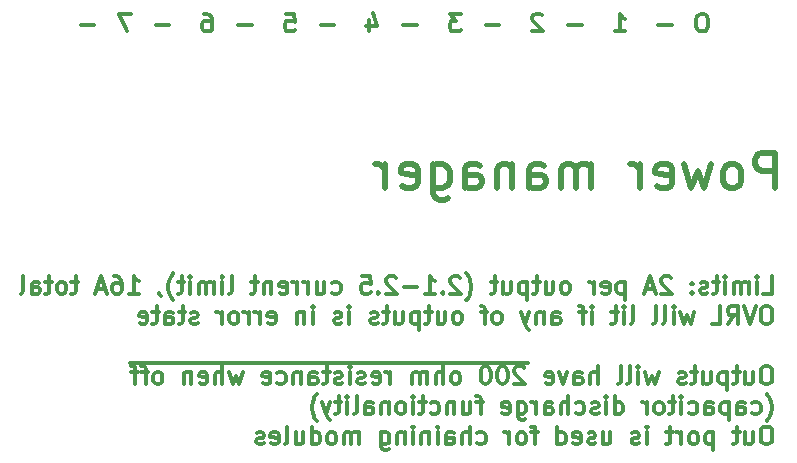
<source format=gbr>
G04 #@! TF.FileFunction,Legend,Bot*
%FSLAX46Y46*%
G04 Gerber Fmt 4.6, Leading zero omitted, Abs format (unit mm)*
G04 Created by KiCad (PCBNEW 4.0.5+dfsg1-4) date Fri May  5 03:22:00 2017*
%MOMM*%
%LPD*%
G01*
G04 APERTURE LIST*
%ADD10C,0.100000*%
%ADD11C,0.300000*%
%ADD12C,0.500000*%
G04 APERTURE END LIST*
D10*
D11*
X31432428Y-17633143D02*
X30289571Y-17633143D01*
X37782428Y-17633143D02*
X36639571Y-17633143D01*
X44767428Y-17633143D02*
X43624571Y-17633143D01*
X51752428Y-17633143D02*
X50609571Y-17633143D01*
X58737428Y-17633143D02*
X57594571Y-17633143D01*
X65722428Y-17633143D02*
X64579571Y-17633143D01*
X72707428Y-17633143D02*
X71564571Y-17633143D01*
X80327428Y-17633143D02*
X79184571Y-17633143D01*
X83073857Y-16704571D02*
X82788143Y-16704571D01*
X82645285Y-16776000D01*
X82502428Y-16918857D01*
X82431000Y-17204571D01*
X82431000Y-17704571D01*
X82502428Y-17990286D01*
X82645285Y-18133143D01*
X82788143Y-18204571D01*
X83073857Y-18204571D01*
X83216714Y-18133143D01*
X83359571Y-17990286D01*
X83431000Y-17704571D01*
X83431000Y-17204571D01*
X83359571Y-16918857D01*
X83216714Y-16776000D01*
X83073857Y-16704571D01*
X75517428Y-18204571D02*
X76374571Y-18204571D01*
X75945999Y-18204571D02*
X75945999Y-16704571D01*
X76088856Y-16918857D01*
X76231714Y-17061714D01*
X76374571Y-17133143D01*
X69389571Y-16847429D02*
X69318142Y-16776000D01*
X69175285Y-16704571D01*
X68818142Y-16704571D01*
X68675285Y-16776000D01*
X68603856Y-16847429D01*
X68532428Y-16990286D01*
X68532428Y-17133143D01*
X68603856Y-17347429D01*
X69460999Y-18204571D01*
X68532428Y-18204571D01*
X62475999Y-16704571D02*
X61547428Y-16704571D01*
X62047428Y-17276000D01*
X61833142Y-17276000D01*
X61690285Y-17347429D01*
X61618856Y-17418857D01*
X61547428Y-17561714D01*
X61547428Y-17918857D01*
X61618856Y-18061714D01*
X61690285Y-18133143D01*
X61833142Y-18204571D01*
X62261714Y-18204571D01*
X62404571Y-18133143D01*
X62475999Y-18061714D01*
X54705285Y-17204571D02*
X54705285Y-18204571D01*
X55062428Y-16633143D02*
X55419571Y-17704571D01*
X54490999Y-17704571D01*
X47648856Y-16704571D02*
X48363142Y-16704571D01*
X48434571Y-17418857D01*
X48363142Y-17347429D01*
X48220285Y-17276000D01*
X47863142Y-17276000D01*
X47720285Y-17347429D01*
X47648856Y-17418857D01*
X47577428Y-17561714D01*
X47577428Y-17918857D01*
X47648856Y-18061714D01*
X47720285Y-18133143D01*
X47863142Y-18204571D01*
X48220285Y-18204571D01*
X48363142Y-18133143D01*
X48434571Y-18061714D01*
X40735285Y-16704571D02*
X41020999Y-16704571D01*
X41163856Y-16776000D01*
X41235285Y-16847429D01*
X41378142Y-17061714D01*
X41449571Y-17347429D01*
X41449571Y-17918857D01*
X41378142Y-18061714D01*
X41306714Y-18133143D01*
X41163856Y-18204571D01*
X40878142Y-18204571D01*
X40735285Y-18133143D01*
X40663856Y-18061714D01*
X40592428Y-17918857D01*
X40592428Y-17561714D01*
X40663856Y-17418857D01*
X40735285Y-17347429D01*
X40878142Y-17276000D01*
X41163856Y-17276000D01*
X41306714Y-17347429D01*
X41378142Y-17418857D01*
X41449571Y-17561714D01*
X34535999Y-16704571D02*
X33535999Y-16704571D01*
X34178856Y-18204571D01*
D12*
X89104286Y-31456143D02*
X89104286Y-28456143D01*
X87961429Y-28456143D01*
X87675715Y-28599000D01*
X87532858Y-28741857D01*
X87390001Y-29027571D01*
X87390001Y-29456143D01*
X87532858Y-29741857D01*
X87675715Y-29884714D01*
X87961429Y-30027571D01*
X89104286Y-30027571D01*
X85675715Y-31456143D02*
X85961429Y-31313286D01*
X86104286Y-31170429D01*
X86247143Y-30884714D01*
X86247143Y-30027571D01*
X86104286Y-29741857D01*
X85961429Y-29599000D01*
X85675715Y-29456143D01*
X85247143Y-29456143D01*
X84961429Y-29599000D01*
X84818572Y-29741857D01*
X84675715Y-30027571D01*
X84675715Y-30884714D01*
X84818572Y-31170429D01*
X84961429Y-31313286D01*
X85247143Y-31456143D01*
X85675715Y-31456143D01*
X83675715Y-29456143D02*
X83104286Y-31456143D01*
X82532857Y-30027571D01*
X81961429Y-31456143D01*
X81390000Y-29456143D01*
X79104286Y-31313286D02*
X79390000Y-31456143D01*
X79961429Y-31456143D01*
X80247143Y-31313286D01*
X80390000Y-31027571D01*
X80390000Y-29884714D01*
X80247143Y-29599000D01*
X79961429Y-29456143D01*
X79390000Y-29456143D01*
X79104286Y-29599000D01*
X78961429Y-29884714D01*
X78961429Y-30170429D01*
X80390000Y-30456143D01*
X77675714Y-31456143D02*
X77675714Y-29456143D01*
X77675714Y-30027571D02*
X77532857Y-29741857D01*
X77390000Y-29599000D01*
X77104286Y-29456143D01*
X76818571Y-29456143D01*
X73532857Y-31456143D02*
X73532857Y-29456143D01*
X73532857Y-29741857D02*
X73390000Y-29599000D01*
X73104286Y-29456143D01*
X72675714Y-29456143D01*
X72390000Y-29599000D01*
X72247143Y-29884714D01*
X72247143Y-31456143D01*
X72247143Y-29884714D02*
X72104286Y-29599000D01*
X71818572Y-29456143D01*
X71390000Y-29456143D01*
X71104286Y-29599000D01*
X70961429Y-29884714D01*
X70961429Y-31456143D01*
X68247143Y-31456143D02*
X68247143Y-29884714D01*
X68390000Y-29599000D01*
X68675714Y-29456143D01*
X69247143Y-29456143D01*
X69532857Y-29599000D01*
X68247143Y-31313286D02*
X68532857Y-31456143D01*
X69247143Y-31456143D01*
X69532857Y-31313286D01*
X69675714Y-31027571D01*
X69675714Y-30741857D01*
X69532857Y-30456143D01*
X69247143Y-30313286D01*
X68532857Y-30313286D01*
X68247143Y-30170429D01*
X66818571Y-29456143D02*
X66818571Y-31456143D01*
X66818571Y-29741857D02*
X66675714Y-29599000D01*
X66390000Y-29456143D01*
X65961428Y-29456143D01*
X65675714Y-29599000D01*
X65532857Y-29884714D01*
X65532857Y-31456143D01*
X62818571Y-31456143D02*
X62818571Y-29884714D01*
X62961428Y-29599000D01*
X63247142Y-29456143D01*
X63818571Y-29456143D01*
X64104285Y-29599000D01*
X62818571Y-31313286D02*
X63104285Y-31456143D01*
X63818571Y-31456143D01*
X64104285Y-31313286D01*
X64247142Y-31027571D01*
X64247142Y-30741857D01*
X64104285Y-30456143D01*
X63818571Y-30313286D01*
X63104285Y-30313286D01*
X62818571Y-30170429D01*
X60104285Y-29456143D02*
X60104285Y-31884714D01*
X60247142Y-32170429D01*
X60389999Y-32313286D01*
X60675714Y-32456143D01*
X61104285Y-32456143D01*
X61389999Y-32313286D01*
X60104285Y-31313286D02*
X60389999Y-31456143D01*
X60961428Y-31456143D01*
X61247142Y-31313286D01*
X61389999Y-31170429D01*
X61532856Y-30884714D01*
X61532856Y-30027571D01*
X61389999Y-29741857D01*
X61247142Y-29599000D01*
X60961428Y-29456143D01*
X60389999Y-29456143D01*
X60104285Y-29599000D01*
X57532856Y-31313286D02*
X57818570Y-31456143D01*
X58389999Y-31456143D01*
X58675713Y-31313286D01*
X58818570Y-31027571D01*
X58818570Y-29884714D01*
X58675713Y-29599000D01*
X58389999Y-29456143D01*
X57818570Y-29456143D01*
X57532856Y-29599000D01*
X57389999Y-29884714D01*
X57389999Y-30170429D01*
X58818570Y-30456143D01*
X56104284Y-31456143D02*
X56104284Y-29456143D01*
X56104284Y-30027571D02*
X55961427Y-29741857D01*
X55818570Y-29599000D01*
X55532856Y-29456143D01*
X55247141Y-29456143D01*
D11*
X88082571Y-40404571D02*
X88796857Y-40404571D01*
X88796857Y-38904571D01*
X87582571Y-40404571D02*
X87582571Y-39404571D01*
X87582571Y-38904571D02*
X87654000Y-38976000D01*
X87582571Y-39047429D01*
X87511143Y-38976000D01*
X87582571Y-38904571D01*
X87582571Y-39047429D01*
X86868285Y-40404571D02*
X86868285Y-39404571D01*
X86868285Y-39547429D02*
X86796857Y-39476000D01*
X86653999Y-39404571D01*
X86439714Y-39404571D01*
X86296857Y-39476000D01*
X86225428Y-39618857D01*
X86225428Y-40404571D01*
X86225428Y-39618857D02*
X86153999Y-39476000D01*
X86011142Y-39404571D01*
X85796857Y-39404571D01*
X85653999Y-39476000D01*
X85582571Y-39618857D01*
X85582571Y-40404571D01*
X84868285Y-40404571D02*
X84868285Y-39404571D01*
X84868285Y-38904571D02*
X84939714Y-38976000D01*
X84868285Y-39047429D01*
X84796857Y-38976000D01*
X84868285Y-38904571D01*
X84868285Y-39047429D01*
X84368285Y-39404571D02*
X83796856Y-39404571D01*
X84153999Y-38904571D02*
X84153999Y-40190286D01*
X84082571Y-40333143D01*
X83939713Y-40404571D01*
X83796856Y-40404571D01*
X83368285Y-40333143D02*
X83225428Y-40404571D01*
X82939713Y-40404571D01*
X82796856Y-40333143D01*
X82725428Y-40190286D01*
X82725428Y-40118857D01*
X82796856Y-39976000D01*
X82939713Y-39904571D01*
X83153999Y-39904571D01*
X83296856Y-39833143D01*
X83368285Y-39690286D01*
X83368285Y-39618857D01*
X83296856Y-39476000D01*
X83153999Y-39404571D01*
X82939713Y-39404571D01*
X82796856Y-39476000D01*
X82082570Y-40261714D02*
X82011142Y-40333143D01*
X82082570Y-40404571D01*
X82153999Y-40333143D01*
X82082570Y-40261714D01*
X82082570Y-40404571D01*
X82082570Y-39476000D02*
X82011142Y-39547429D01*
X82082570Y-39618857D01*
X82153999Y-39547429D01*
X82082570Y-39476000D01*
X82082570Y-39618857D01*
X80296856Y-39047429D02*
X80225427Y-38976000D01*
X80082570Y-38904571D01*
X79725427Y-38904571D01*
X79582570Y-38976000D01*
X79511141Y-39047429D01*
X79439713Y-39190286D01*
X79439713Y-39333143D01*
X79511141Y-39547429D01*
X80368284Y-40404571D01*
X79439713Y-40404571D01*
X78868285Y-39976000D02*
X78153999Y-39976000D01*
X79011142Y-40404571D02*
X78511142Y-38904571D01*
X78011142Y-40404571D01*
X76368285Y-39404571D02*
X76368285Y-40904571D01*
X76368285Y-39476000D02*
X76225428Y-39404571D01*
X75939714Y-39404571D01*
X75796857Y-39476000D01*
X75725428Y-39547429D01*
X75653999Y-39690286D01*
X75653999Y-40118857D01*
X75725428Y-40261714D01*
X75796857Y-40333143D01*
X75939714Y-40404571D01*
X76225428Y-40404571D01*
X76368285Y-40333143D01*
X74439714Y-40333143D02*
X74582571Y-40404571D01*
X74868285Y-40404571D01*
X75011142Y-40333143D01*
X75082571Y-40190286D01*
X75082571Y-39618857D01*
X75011142Y-39476000D01*
X74868285Y-39404571D01*
X74582571Y-39404571D01*
X74439714Y-39476000D01*
X74368285Y-39618857D01*
X74368285Y-39761714D01*
X75082571Y-39904571D01*
X73725428Y-40404571D02*
X73725428Y-39404571D01*
X73725428Y-39690286D02*
X73654000Y-39547429D01*
X73582571Y-39476000D01*
X73439714Y-39404571D01*
X73296857Y-39404571D01*
X71439714Y-40404571D02*
X71582572Y-40333143D01*
X71654000Y-40261714D01*
X71725429Y-40118857D01*
X71725429Y-39690286D01*
X71654000Y-39547429D01*
X71582572Y-39476000D01*
X71439714Y-39404571D01*
X71225429Y-39404571D01*
X71082572Y-39476000D01*
X71011143Y-39547429D01*
X70939714Y-39690286D01*
X70939714Y-40118857D01*
X71011143Y-40261714D01*
X71082572Y-40333143D01*
X71225429Y-40404571D01*
X71439714Y-40404571D01*
X69654000Y-39404571D02*
X69654000Y-40404571D01*
X70296857Y-39404571D02*
X70296857Y-40190286D01*
X70225429Y-40333143D01*
X70082571Y-40404571D01*
X69868286Y-40404571D01*
X69725429Y-40333143D01*
X69654000Y-40261714D01*
X69154000Y-39404571D02*
X68582571Y-39404571D01*
X68939714Y-38904571D02*
X68939714Y-40190286D01*
X68868286Y-40333143D01*
X68725428Y-40404571D01*
X68582571Y-40404571D01*
X68082571Y-39404571D02*
X68082571Y-40904571D01*
X68082571Y-39476000D02*
X67939714Y-39404571D01*
X67654000Y-39404571D01*
X67511143Y-39476000D01*
X67439714Y-39547429D01*
X67368285Y-39690286D01*
X67368285Y-40118857D01*
X67439714Y-40261714D01*
X67511143Y-40333143D01*
X67654000Y-40404571D01*
X67939714Y-40404571D01*
X68082571Y-40333143D01*
X66082571Y-39404571D02*
X66082571Y-40404571D01*
X66725428Y-39404571D02*
X66725428Y-40190286D01*
X66654000Y-40333143D01*
X66511142Y-40404571D01*
X66296857Y-40404571D01*
X66154000Y-40333143D01*
X66082571Y-40261714D01*
X65582571Y-39404571D02*
X65011142Y-39404571D01*
X65368285Y-38904571D02*
X65368285Y-40190286D01*
X65296857Y-40333143D01*
X65153999Y-40404571D01*
X65011142Y-40404571D01*
X62939714Y-40976000D02*
X63011142Y-40904571D01*
X63153999Y-40690286D01*
X63225428Y-40547429D01*
X63296857Y-40333143D01*
X63368285Y-39976000D01*
X63368285Y-39690286D01*
X63296857Y-39333143D01*
X63225428Y-39118857D01*
X63153999Y-38976000D01*
X63011142Y-38761714D01*
X62939714Y-38690286D01*
X62439714Y-39047429D02*
X62368285Y-38976000D01*
X62225428Y-38904571D01*
X61868285Y-38904571D01*
X61725428Y-38976000D01*
X61653999Y-39047429D01*
X61582571Y-39190286D01*
X61582571Y-39333143D01*
X61653999Y-39547429D01*
X62511142Y-40404571D01*
X61582571Y-40404571D01*
X60939714Y-40261714D02*
X60868286Y-40333143D01*
X60939714Y-40404571D01*
X61011143Y-40333143D01*
X60939714Y-40261714D01*
X60939714Y-40404571D01*
X59439714Y-40404571D02*
X60296857Y-40404571D01*
X59868285Y-40404571D02*
X59868285Y-38904571D01*
X60011142Y-39118857D01*
X60154000Y-39261714D01*
X60296857Y-39333143D01*
X58796857Y-39833143D02*
X57654000Y-39833143D01*
X57011143Y-39047429D02*
X56939714Y-38976000D01*
X56796857Y-38904571D01*
X56439714Y-38904571D01*
X56296857Y-38976000D01*
X56225428Y-39047429D01*
X56154000Y-39190286D01*
X56154000Y-39333143D01*
X56225428Y-39547429D01*
X57082571Y-40404571D01*
X56154000Y-40404571D01*
X55511143Y-40261714D02*
X55439715Y-40333143D01*
X55511143Y-40404571D01*
X55582572Y-40333143D01*
X55511143Y-40261714D01*
X55511143Y-40404571D01*
X54082571Y-38904571D02*
X54796857Y-38904571D01*
X54868286Y-39618857D01*
X54796857Y-39547429D01*
X54654000Y-39476000D01*
X54296857Y-39476000D01*
X54154000Y-39547429D01*
X54082571Y-39618857D01*
X54011143Y-39761714D01*
X54011143Y-40118857D01*
X54082571Y-40261714D01*
X54154000Y-40333143D01*
X54296857Y-40404571D01*
X54654000Y-40404571D01*
X54796857Y-40333143D01*
X54868286Y-40261714D01*
X51582572Y-40333143D02*
X51725429Y-40404571D01*
X52011143Y-40404571D01*
X52154001Y-40333143D01*
X52225429Y-40261714D01*
X52296858Y-40118857D01*
X52296858Y-39690286D01*
X52225429Y-39547429D01*
X52154001Y-39476000D01*
X52011143Y-39404571D01*
X51725429Y-39404571D01*
X51582572Y-39476000D01*
X50296858Y-39404571D02*
X50296858Y-40404571D01*
X50939715Y-39404571D02*
X50939715Y-40190286D01*
X50868287Y-40333143D01*
X50725429Y-40404571D01*
X50511144Y-40404571D01*
X50368287Y-40333143D01*
X50296858Y-40261714D01*
X49582572Y-40404571D02*
X49582572Y-39404571D01*
X49582572Y-39690286D02*
X49511144Y-39547429D01*
X49439715Y-39476000D01*
X49296858Y-39404571D01*
X49154001Y-39404571D01*
X48654001Y-40404571D02*
X48654001Y-39404571D01*
X48654001Y-39690286D02*
X48582573Y-39547429D01*
X48511144Y-39476000D01*
X48368287Y-39404571D01*
X48225430Y-39404571D01*
X47154002Y-40333143D02*
X47296859Y-40404571D01*
X47582573Y-40404571D01*
X47725430Y-40333143D01*
X47796859Y-40190286D01*
X47796859Y-39618857D01*
X47725430Y-39476000D01*
X47582573Y-39404571D01*
X47296859Y-39404571D01*
X47154002Y-39476000D01*
X47082573Y-39618857D01*
X47082573Y-39761714D01*
X47796859Y-39904571D01*
X46439716Y-39404571D02*
X46439716Y-40404571D01*
X46439716Y-39547429D02*
X46368288Y-39476000D01*
X46225430Y-39404571D01*
X46011145Y-39404571D01*
X45868288Y-39476000D01*
X45796859Y-39618857D01*
X45796859Y-40404571D01*
X45296859Y-39404571D02*
X44725430Y-39404571D01*
X45082573Y-38904571D02*
X45082573Y-40190286D01*
X45011145Y-40333143D01*
X44868287Y-40404571D01*
X44725430Y-40404571D01*
X42868287Y-40404571D02*
X43011145Y-40333143D01*
X43082573Y-40190286D01*
X43082573Y-38904571D01*
X42296859Y-40404571D02*
X42296859Y-39404571D01*
X42296859Y-38904571D02*
X42368288Y-38976000D01*
X42296859Y-39047429D01*
X42225431Y-38976000D01*
X42296859Y-38904571D01*
X42296859Y-39047429D01*
X41582573Y-40404571D02*
X41582573Y-39404571D01*
X41582573Y-39547429D02*
X41511145Y-39476000D01*
X41368287Y-39404571D01*
X41154002Y-39404571D01*
X41011145Y-39476000D01*
X40939716Y-39618857D01*
X40939716Y-40404571D01*
X40939716Y-39618857D02*
X40868287Y-39476000D01*
X40725430Y-39404571D01*
X40511145Y-39404571D01*
X40368287Y-39476000D01*
X40296859Y-39618857D01*
X40296859Y-40404571D01*
X39582573Y-40404571D02*
X39582573Y-39404571D01*
X39582573Y-38904571D02*
X39654002Y-38976000D01*
X39582573Y-39047429D01*
X39511145Y-38976000D01*
X39582573Y-38904571D01*
X39582573Y-39047429D01*
X39082573Y-39404571D02*
X38511144Y-39404571D01*
X38868287Y-38904571D02*
X38868287Y-40190286D01*
X38796859Y-40333143D01*
X38654001Y-40404571D01*
X38511144Y-40404571D01*
X38154001Y-40976000D02*
X38082573Y-40904571D01*
X37939716Y-40690286D01*
X37868287Y-40547429D01*
X37796858Y-40333143D01*
X37725430Y-39976000D01*
X37725430Y-39690286D01*
X37796858Y-39333143D01*
X37868287Y-39118857D01*
X37939716Y-38976000D01*
X38082573Y-38761714D01*
X38154001Y-38690286D01*
X36939716Y-40333143D02*
X36939716Y-40404571D01*
X37011144Y-40547429D01*
X37082573Y-40618857D01*
X34368287Y-40404571D02*
X35225430Y-40404571D01*
X34796858Y-40404571D02*
X34796858Y-38904571D01*
X34939715Y-39118857D01*
X35082573Y-39261714D01*
X35225430Y-39333143D01*
X33082573Y-38904571D02*
X33368287Y-38904571D01*
X33511144Y-38976000D01*
X33582573Y-39047429D01*
X33725430Y-39261714D01*
X33796859Y-39547429D01*
X33796859Y-40118857D01*
X33725430Y-40261714D01*
X33654002Y-40333143D01*
X33511144Y-40404571D01*
X33225430Y-40404571D01*
X33082573Y-40333143D01*
X33011144Y-40261714D01*
X32939716Y-40118857D01*
X32939716Y-39761714D01*
X33011144Y-39618857D01*
X33082573Y-39547429D01*
X33225430Y-39476000D01*
X33511144Y-39476000D01*
X33654002Y-39547429D01*
X33725430Y-39618857D01*
X33796859Y-39761714D01*
X32368288Y-39976000D02*
X31654002Y-39976000D01*
X32511145Y-40404571D02*
X32011145Y-38904571D01*
X31511145Y-40404571D01*
X30082574Y-39404571D02*
X29511145Y-39404571D01*
X29868288Y-38904571D02*
X29868288Y-40190286D01*
X29796860Y-40333143D01*
X29654002Y-40404571D01*
X29511145Y-40404571D01*
X28796859Y-40404571D02*
X28939717Y-40333143D01*
X29011145Y-40261714D01*
X29082574Y-40118857D01*
X29082574Y-39690286D01*
X29011145Y-39547429D01*
X28939717Y-39476000D01*
X28796859Y-39404571D01*
X28582574Y-39404571D01*
X28439717Y-39476000D01*
X28368288Y-39547429D01*
X28296859Y-39690286D01*
X28296859Y-40118857D01*
X28368288Y-40261714D01*
X28439717Y-40333143D01*
X28582574Y-40404571D01*
X28796859Y-40404571D01*
X27868288Y-39404571D02*
X27296859Y-39404571D01*
X27654002Y-38904571D02*
X27654002Y-40190286D01*
X27582574Y-40333143D01*
X27439716Y-40404571D01*
X27296859Y-40404571D01*
X26154002Y-40404571D02*
X26154002Y-39618857D01*
X26225431Y-39476000D01*
X26368288Y-39404571D01*
X26654002Y-39404571D01*
X26796859Y-39476000D01*
X26154002Y-40333143D02*
X26296859Y-40404571D01*
X26654002Y-40404571D01*
X26796859Y-40333143D01*
X26868288Y-40190286D01*
X26868288Y-40047429D01*
X26796859Y-39904571D01*
X26654002Y-39833143D01*
X26296859Y-39833143D01*
X26154002Y-39761714D01*
X25225430Y-40404571D02*
X25368288Y-40333143D01*
X25439716Y-40190286D01*
X25439716Y-38904571D01*
X88511143Y-41454571D02*
X88225429Y-41454571D01*
X88082571Y-41526000D01*
X87939714Y-41668857D01*
X87868286Y-41954571D01*
X87868286Y-42454571D01*
X87939714Y-42740286D01*
X88082571Y-42883143D01*
X88225429Y-42954571D01*
X88511143Y-42954571D01*
X88654000Y-42883143D01*
X88796857Y-42740286D01*
X88868286Y-42454571D01*
X88868286Y-41954571D01*
X88796857Y-41668857D01*
X88654000Y-41526000D01*
X88511143Y-41454571D01*
X87439714Y-41454571D02*
X86939714Y-42954571D01*
X86439714Y-41454571D01*
X85082571Y-42954571D02*
X85582571Y-42240286D01*
X85939714Y-42954571D02*
X85939714Y-41454571D01*
X85368286Y-41454571D01*
X85225428Y-41526000D01*
X85154000Y-41597429D01*
X85082571Y-41740286D01*
X85082571Y-41954571D01*
X85154000Y-42097429D01*
X85225428Y-42168857D01*
X85368286Y-42240286D01*
X85939714Y-42240286D01*
X83725428Y-42954571D02*
X84439714Y-42954571D01*
X84439714Y-41454571D01*
X82225428Y-41954571D02*
X81939714Y-42954571D01*
X81654000Y-42240286D01*
X81368285Y-42954571D01*
X81082571Y-41954571D01*
X80511142Y-42954571D02*
X80511142Y-41954571D01*
X80511142Y-41454571D02*
X80582571Y-41526000D01*
X80511142Y-41597429D01*
X80439714Y-41526000D01*
X80511142Y-41454571D01*
X80511142Y-41597429D01*
X79582570Y-42954571D02*
X79725428Y-42883143D01*
X79796856Y-42740286D01*
X79796856Y-41454571D01*
X78796856Y-42954571D02*
X78939714Y-42883143D01*
X79011142Y-42740286D01*
X79011142Y-41454571D01*
X76868285Y-42954571D02*
X77011143Y-42883143D01*
X77082571Y-42740286D01*
X77082571Y-41454571D01*
X76296857Y-42954571D02*
X76296857Y-41954571D01*
X76296857Y-41454571D02*
X76368286Y-41526000D01*
X76296857Y-41597429D01*
X76225429Y-41526000D01*
X76296857Y-41454571D01*
X76296857Y-41597429D01*
X75796857Y-41954571D02*
X75225428Y-41954571D01*
X75582571Y-41454571D02*
X75582571Y-42740286D01*
X75511143Y-42883143D01*
X75368285Y-42954571D01*
X75225428Y-42954571D01*
X73582571Y-42954571D02*
X73582571Y-41954571D01*
X73582571Y-41454571D02*
X73654000Y-41526000D01*
X73582571Y-41597429D01*
X73511143Y-41526000D01*
X73582571Y-41454571D01*
X73582571Y-41597429D01*
X73082571Y-41954571D02*
X72511142Y-41954571D01*
X72868285Y-42954571D02*
X72868285Y-41668857D01*
X72796857Y-41526000D01*
X72653999Y-41454571D01*
X72511142Y-41454571D01*
X70225428Y-42954571D02*
X70225428Y-42168857D01*
X70296857Y-42026000D01*
X70439714Y-41954571D01*
X70725428Y-41954571D01*
X70868285Y-42026000D01*
X70225428Y-42883143D02*
X70368285Y-42954571D01*
X70725428Y-42954571D01*
X70868285Y-42883143D01*
X70939714Y-42740286D01*
X70939714Y-42597429D01*
X70868285Y-42454571D01*
X70725428Y-42383143D01*
X70368285Y-42383143D01*
X70225428Y-42311714D01*
X69511142Y-41954571D02*
X69511142Y-42954571D01*
X69511142Y-42097429D02*
X69439714Y-42026000D01*
X69296856Y-41954571D01*
X69082571Y-41954571D01*
X68939714Y-42026000D01*
X68868285Y-42168857D01*
X68868285Y-42954571D01*
X68296856Y-41954571D02*
X67939713Y-42954571D01*
X67582571Y-41954571D02*
X67939713Y-42954571D01*
X68082571Y-43311714D01*
X68153999Y-43383143D01*
X68296856Y-43454571D01*
X65653999Y-42954571D02*
X65796857Y-42883143D01*
X65868285Y-42811714D01*
X65939714Y-42668857D01*
X65939714Y-42240286D01*
X65868285Y-42097429D01*
X65796857Y-42026000D01*
X65653999Y-41954571D01*
X65439714Y-41954571D01*
X65296857Y-42026000D01*
X65225428Y-42097429D01*
X65153999Y-42240286D01*
X65153999Y-42668857D01*
X65225428Y-42811714D01*
X65296857Y-42883143D01*
X65439714Y-42954571D01*
X65653999Y-42954571D01*
X64725428Y-41954571D02*
X64153999Y-41954571D01*
X64511142Y-42954571D02*
X64511142Y-41668857D01*
X64439714Y-41526000D01*
X64296856Y-41454571D01*
X64153999Y-41454571D01*
X62296856Y-42954571D02*
X62439714Y-42883143D01*
X62511142Y-42811714D01*
X62582571Y-42668857D01*
X62582571Y-42240286D01*
X62511142Y-42097429D01*
X62439714Y-42026000D01*
X62296856Y-41954571D01*
X62082571Y-41954571D01*
X61939714Y-42026000D01*
X61868285Y-42097429D01*
X61796856Y-42240286D01*
X61796856Y-42668857D01*
X61868285Y-42811714D01*
X61939714Y-42883143D01*
X62082571Y-42954571D01*
X62296856Y-42954571D01*
X60511142Y-41954571D02*
X60511142Y-42954571D01*
X61153999Y-41954571D02*
X61153999Y-42740286D01*
X61082571Y-42883143D01*
X60939713Y-42954571D01*
X60725428Y-42954571D01*
X60582571Y-42883143D01*
X60511142Y-42811714D01*
X60011142Y-41954571D02*
X59439713Y-41954571D01*
X59796856Y-41454571D02*
X59796856Y-42740286D01*
X59725428Y-42883143D01*
X59582570Y-42954571D01*
X59439713Y-42954571D01*
X58939713Y-41954571D02*
X58939713Y-43454571D01*
X58939713Y-42026000D02*
X58796856Y-41954571D01*
X58511142Y-41954571D01*
X58368285Y-42026000D01*
X58296856Y-42097429D01*
X58225427Y-42240286D01*
X58225427Y-42668857D01*
X58296856Y-42811714D01*
X58368285Y-42883143D01*
X58511142Y-42954571D01*
X58796856Y-42954571D01*
X58939713Y-42883143D01*
X56939713Y-41954571D02*
X56939713Y-42954571D01*
X57582570Y-41954571D02*
X57582570Y-42740286D01*
X57511142Y-42883143D01*
X57368284Y-42954571D01*
X57153999Y-42954571D01*
X57011142Y-42883143D01*
X56939713Y-42811714D01*
X56439713Y-41954571D02*
X55868284Y-41954571D01*
X56225427Y-41454571D02*
X56225427Y-42740286D01*
X56153999Y-42883143D01*
X56011141Y-42954571D01*
X55868284Y-42954571D01*
X55439713Y-42883143D02*
X55296856Y-42954571D01*
X55011141Y-42954571D01*
X54868284Y-42883143D01*
X54796856Y-42740286D01*
X54796856Y-42668857D01*
X54868284Y-42526000D01*
X55011141Y-42454571D01*
X55225427Y-42454571D01*
X55368284Y-42383143D01*
X55439713Y-42240286D01*
X55439713Y-42168857D01*
X55368284Y-42026000D01*
X55225427Y-41954571D01*
X55011141Y-41954571D01*
X54868284Y-42026000D01*
X53011141Y-42954571D02*
X53011141Y-41954571D01*
X53011141Y-41454571D02*
X53082570Y-41526000D01*
X53011141Y-41597429D01*
X52939713Y-41526000D01*
X53011141Y-41454571D01*
X53011141Y-41597429D01*
X52368284Y-42883143D02*
X52225427Y-42954571D01*
X51939712Y-42954571D01*
X51796855Y-42883143D01*
X51725427Y-42740286D01*
X51725427Y-42668857D01*
X51796855Y-42526000D01*
X51939712Y-42454571D01*
X52153998Y-42454571D01*
X52296855Y-42383143D01*
X52368284Y-42240286D01*
X52368284Y-42168857D01*
X52296855Y-42026000D01*
X52153998Y-41954571D01*
X51939712Y-41954571D01*
X51796855Y-42026000D01*
X49939712Y-42954571D02*
X49939712Y-41954571D01*
X49939712Y-41454571D02*
X50011141Y-41526000D01*
X49939712Y-41597429D01*
X49868284Y-41526000D01*
X49939712Y-41454571D01*
X49939712Y-41597429D01*
X49225426Y-41954571D02*
X49225426Y-42954571D01*
X49225426Y-42097429D02*
X49153998Y-42026000D01*
X49011140Y-41954571D01*
X48796855Y-41954571D01*
X48653998Y-42026000D01*
X48582569Y-42168857D01*
X48582569Y-42954571D01*
X46153998Y-42883143D02*
X46296855Y-42954571D01*
X46582569Y-42954571D01*
X46725426Y-42883143D01*
X46796855Y-42740286D01*
X46796855Y-42168857D01*
X46725426Y-42026000D01*
X46582569Y-41954571D01*
X46296855Y-41954571D01*
X46153998Y-42026000D01*
X46082569Y-42168857D01*
X46082569Y-42311714D01*
X46796855Y-42454571D01*
X45439712Y-42954571D02*
X45439712Y-41954571D01*
X45439712Y-42240286D02*
X45368284Y-42097429D01*
X45296855Y-42026000D01*
X45153998Y-41954571D01*
X45011141Y-41954571D01*
X44511141Y-42954571D02*
X44511141Y-41954571D01*
X44511141Y-42240286D02*
X44439713Y-42097429D01*
X44368284Y-42026000D01*
X44225427Y-41954571D01*
X44082570Y-41954571D01*
X43368284Y-42954571D02*
X43511142Y-42883143D01*
X43582570Y-42811714D01*
X43653999Y-42668857D01*
X43653999Y-42240286D01*
X43582570Y-42097429D01*
X43511142Y-42026000D01*
X43368284Y-41954571D01*
X43153999Y-41954571D01*
X43011142Y-42026000D01*
X42939713Y-42097429D01*
X42868284Y-42240286D01*
X42868284Y-42668857D01*
X42939713Y-42811714D01*
X43011142Y-42883143D01*
X43153999Y-42954571D01*
X43368284Y-42954571D01*
X42225427Y-42954571D02*
X42225427Y-41954571D01*
X42225427Y-42240286D02*
X42153999Y-42097429D01*
X42082570Y-42026000D01*
X41939713Y-41954571D01*
X41796856Y-41954571D01*
X40225428Y-42883143D02*
X40082571Y-42954571D01*
X39796856Y-42954571D01*
X39653999Y-42883143D01*
X39582571Y-42740286D01*
X39582571Y-42668857D01*
X39653999Y-42526000D01*
X39796856Y-42454571D01*
X40011142Y-42454571D01*
X40153999Y-42383143D01*
X40225428Y-42240286D01*
X40225428Y-42168857D01*
X40153999Y-42026000D01*
X40011142Y-41954571D01*
X39796856Y-41954571D01*
X39653999Y-42026000D01*
X39153999Y-41954571D02*
X38582570Y-41954571D01*
X38939713Y-41454571D02*
X38939713Y-42740286D01*
X38868285Y-42883143D01*
X38725427Y-42954571D01*
X38582570Y-42954571D01*
X37439713Y-42954571D02*
X37439713Y-42168857D01*
X37511142Y-42026000D01*
X37653999Y-41954571D01*
X37939713Y-41954571D01*
X38082570Y-42026000D01*
X37439713Y-42883143D02*
X37582570Y-42954571D01*
X37939713Y-42954571D01*
X38082570Y-42883143D01*
X38153999Y-42740286D01*
X38153999Y-42597429D01*
X38082570Y-42454571D01*
X37939713Y-42383143D01*
X37582570Y-42383143D01*
X37439713Y-42311714D01*
X36939713Y-41954571D02*
X36368284Y-41954571D01*
X36725427Y-41454571D02*
X36725427Y-42740286D01*
X36653999Y-42883143D01*
X36511141Y-42954571D01*
X36368284Y-42954571D01*
X35296856Y-42883143D02*
X35439713Y-42954571D01*
X35725427Y-42954571D01*
X35868284Y-42883143D01*
X35939713Y-42740286D01*
X35939713Y-42168857D01*
X35868284Y-42026000D01*
X35725427Y-41954571D01*
X35439713Y-41954571D01*
X35296856Y-42026000D01*
X35225427Y-42168857D01*
X35225427Y-42311714D01*
X35939713Y-42454571D01*
X88511143Y-46554571D02*
X88225429Y-46554571D01*
X88082571Y-46626000D01*
X87939714Y-46768857D01*
X87868286Y-47054571D01*
X87868286Y-47554571D01*
X87939714Y-47840286D01*
X88082571Y-47983143D01*
X88225429Y-48054571D01*
X88511143Y-48054571D01*
X88654000Y-47983143D01*
X88796857Y-47840286D01*
X88868286Y-47554571D01*
X88868286Y-47054571D01*
X88796857Y-46768857D01*
X88654000Y-46626000D01*
X88511143Y-46554571D01*
X86582571Y-47054571D02*
X86582571Y-48054571D01*
X87225428Y-47054571D02*
X87225428Y-47840286D01*
X87154000Y-47983143D01*
X87011142Y-48054571D01*
X86796857Y-48054571D01*
X86654000Y-47983143D01*
X86582571Y-47911714D01*
X86082571Y-47054571D02*
X85511142Y-47054571D01*
X85868285Y-46554571D02*
X85868285Y-47840286D01*
X85796857Y-47983143D01*
X85653999Y-48054571D01*
X85511142Y-48054571D01*
X85011142Y-47054571D02*
X85011142Y-48554571D01*
X85011142Y-47126000D02*
X84868285Y-47054571D01*
X84582571Y-47054571D01*
X84439714Y-47126000D01*
X84368285Y-47197429D01*
X84296856Y-47340286D01*
X84296856Y-47768857D01*
X84368285Y-47911714D01*
X84439714Y-47983143D01*
X84582571Y-48054571D01*
X84868285Y-48054571D01*
X85011142Y-47983143D01*
X83011142Y-47054571D02*
X83011142Y-48054571D01*
X83653999Y-47054571D02*
X83653999Y-47840286D01*
X83582571Y-47983143D01*
X83439713Y-48054571D01*
X83225428Y-48054571D01*
X83082571Y-47983143D01*
X83011142Y-47911714D01*
X82511142Y-47054571D02*
X81939713Y-47054571D01*
X82296856Y-46554571D02*
X82296856Y-47840286D01*
X82225428Y-47983143D01*
X82082570Y-48054571D01*
X81939713Y-48054571D01*
X81511142Y-47983143D02*
X81368285Y-48054571D01*
X81082570Y-48054571D01*
X80939713Y-47983143D01*
X80868285Y-47840286D01*
X80868285Y-47768857D01*
X80939713Y-47626000D01*
X81082570Y-47554571D01*
X81296856Y-47554571D01*
X81439713Y-47483143D01*
X81511142Y-47340286D01*
X81511142Y-47268857D01*
X81439713Y-47126000D01*
X81296856Y-47054571D01*
X81082570Y-47054571D01*
X80939713Y-47126000D01*
X79225427Y-47054571D02*
X78939713Y-48054571D01*
X78653999Y-47340286D01*
X78368284Y-48054571D01*
X78082570Y-47054571D01*
X77511141Y-48054571D02*
X77511141Y-47054571D01*
X77511141Y-46554571D02*
X77582570Y-46626000D01*
X77511141Y-46697429D01*
X77439713Y-46626000D01*
X77511141Y-46554571D01*
X77511141Y-46697429D01*
X76582569Y-48054571D02*
X76725427Y-47983143D01*
X76796855Y-47840286D01*
X76796855Y-46554571D01*
X75796855Y-48054571D02*
X75939713Y-47983143D01*
X76011141Y-47840286D01*
X76011141Y-46554571D01*
X74082570Y-48054571D02*
X74082570Y-46554571D01*
X73439713Y-48054571D02*
X73439713Y-47268857D01*
X73511142Y-47126000D01*
X73653999Y-47054571D01*
X73868284Y-47054571D01*
X74011142Y-47126000D01*
X74082570Y-47197429D01*
X72082570Y-48054571D02*
X72082570Y-47268857D01*
X72153999Y-47126000D01*
X72296856Y-47054571D01*
X72582570Y-47054571D01*
X72725427Y-47126000D01*
X72082570Y-47983143D02*
X72225427Y-48054571D01*
X72582570Y-48054571D01*
X72725427Y-47983143D01*
X72796856Y-47840286D01*
X72796856Y-47697429D01*
X72725427Y-47554571D01*
X72582570Y-47483143D01*
X72225427Y-47483143D01*
X72082570Y-47411714D01*
X71511141Y-47054571D02*
X71153998Y-48054571D01*
X70796856Y-47054571D01*
X69653999Y-47983143D02*
X69796856Y-48054571D01*
X70082570Y-48054571D01*
X70225427Y-47983143D01*
X70296856Y-47840286D01*
X70296856Y-47268857D01*
X70225427Y-47126000D01*
X70082570Y-47054571D01*
X69796856Y-47054571D01*
X69653999Y-47126000D01*
X69582570Y-47268857D01*
X69582570Y-47411714D01*
X70296856Y-47554571D01*
X67868285Y-46697429D02*
X67796856Y-46626000D01*
X67653999Y-46554571D01*
X67296856Y-46554571D01*
X67153999Y-46626000D01*
X67082570Y-46697429D01*
X67011142Y-46840286D01*
X67011142Y-46983143D01*
X67082570Y-47197429D01*
X67939713Y-48054571D01*
X67011142Y-48054571D01*
X66082571Y-46554571D02*
X65939714Y-46554571D01*
X65796857Y-46626000D01*
X65725428Y-46697429D01*
X65653999Y-46840286D01*
X65582571Y-47126000D01*
X65582571Y-47483143D01*
X65653999Y-47768857D01*
X65725428Y-47911714D01*
X65796857Y-47983143D01*
X65939714Y-48054571D01*
X66082571Y-48054571D01*
X66225428Y-47983143D01*
X66296857Y-47911714D01*
X66368285Y-47768857D01*
X66439714Y-47483143D01*
X66439714Y-47126000D01*
X66368285Y-46840286D01*
X66296857Y-46697429D01*
X66225428Y-46626000D01*
X66082571Y-46554571D01*
X64654000Y-46554571D02*
X64511143Y-46554571D01*
X64368286Y-46626000D01*
X64296857Y-46697429D01*
X64225428Y-46840286D01*
X64154000Y-47126000D01*
X64154000Y-47483143D01*
X64225428Y-47768857D01*
X64296857Y-47911714D01*
X64368286Y-47983143D01*
X64511143Y-48054571D01*
X64654000Y-48054571D01*
X64796857Y-47983143D01*
X64868286Y-47911714D01*
X64939714Y-47768857D01*
X65011143Y-47483143D01*
X65011143Y-47126000D01*
X64939714Y-46840286D01*
X64868286Y-46697429D01*
X64796857Y-46626000D01*
X64654000Y-46554571D01*
X62154000Y-48054571D02*
X62296858Y-47983143D01*
X62368286Y-47911714D01*
X62439715Y-47768857D01*
X62439715Y-47340286D01*
X62368286Y-47197429D01*
X62296858Y-47126000D01*
X62154000Y-47054571D01*
X61939715Y-47054571D01*
X61796858Y-47126000D01*
X61725429Y-47197429D01*
X61654000Y-47340286D01*
X61654000Y-47768857D01*
X61725429Y-47911714D01*
X61796858Y-47983143D01*
X61939715Y-48054571D01*
X62154000Y-48054571D01*
X61011143Y-48054571D02*
X61011143Y-46554571D01*
X60368286Y-48054571D02*
X60368286Y-47268857D01*
X60439715Y-47126000D01*
X60582572Y-47054571D01*
X60796857Y-47054571D01*
X60939715Y-47126000D01*
X61011143Y-47197429D01*
X59654000Y-48054571D02*
X59654000Y-47054571D01*
X59654000Y-47197429D02*
X59582572Y-47126000D01*
X59439714Y-47054571D01*
X59225429Y-47054571D01*
X59082572Y-47126000D01*
X59011143Y-47268857D01*
X59011143Y-48054571D01*
X59011143Y-47268857D02*
X58939714Y-47126000D01*
X58796857Y-47054571D01*
X58582572Y-47054571D01*
X58439714Y-47126000D01*
X58368286Y-47268857D01*
X58368286Y-48054571D01*
X56511143Y-48054571D02*
X56511143Y-47054571D01*
X56511143Y-47340286D02*
X56439715Y-47197429D01*
X56368286Y-47126000D01*
X56225429Y-47054571D01*
X56082572Y-47054571D01*
X55011144Y-47983143D02*
X55154001Y-48054571D01*
X55439715Y-48054571D01*
X55582572Y-47983143D01*
X55654001Y-47840286D01*
X55654001Y-47268857D01*
X55582572Y-47126000D01*
X55439715Y-47054571D01*
X55154001Y-47054571D01*
X55011144Y-47126000D01*
X54939715Y-47268857D01*
X54939715Y-47411714D01*
X55654001Y-47554571D01*
X54368287Y-47983143D02*
X54225430Y-48054571D01*
X53939715Y-48054571D01*
X53796858Y-47983143D01*
X53725430Y-47840286D01*
X53725430Y-47768857D01*
X53796858Y-47626000D01*
X53939715Y-47554571D01*
X54154001Y-47554571D01*
X54296858Y-47483143D01*
X54368287Y-47340286D01*
X54368287Y-47268857D01*
X54296858Y-47126000D01*
X54154001Y-47054571D01*
X53939715Y-47054571D01*
X53796858Y-47126000D01*
X53082572Y-48054571D02*
X53082572Y-47054571D01*
X53082572Y-46554571D02*
X53154001Y-46626000D01*
X53082572Y-46697429D01*
X53011144Y-46626000D01*
X53082572Y-46554571D01*
X53082572Y-46697429D01*
X52439715Y-47983143D02*
X52296858Y-48054571D01*
X52011143Y-48054571D01*
X51868286Y-47983143D01*
X51796858Y-47840286D01*
X51796858Y-47768857D01*
X51868286Y-47626000D01*
X52011143Y-47554571D01*
X52225429Y-47554571D01*
X52368286Y-47483143D01*
X52439715Y-47340286D01*
X52439715Y-47268857D01*
X52368286Y-47126000D01*
X52225429Y-47054571D01*
X52011143Y-47054571D01*
X51868286Y-47126000D01*
X51368286Y-47054571D02*
X50796857Y-47054571D01*
X51154000Y-46554571D02*
X51154000Y-47840286D01*
X51082572Y-47983143D01*
X50939714Y-48054571D01*
X50796857Y-48054571D01*
X49654000Y-48054571D02*
X49654000Y-47268857D01*
X49725429Y-47126000D01*
X49868286Y-47054571D01*
X50154000Y-47054571D01*
X50296857Y-47126000D01*
X49654000Y-47983143D02*
X49796857Y-48054571D01*
X50154000Y-48054571D01*
X50296857Y-47983143D01*
X50368286Y-47840286D01*
X50368286Y-47697429D01*
X50296857Y-47554571D01*
X50154000Y-47483143D01*
X49796857Y-47483143D01*
X49654000Y-47411714D01*
X48939714Y-47054571D02*
X48939714Y-48054571D01*
X48939714Y-47197429D02*
X48868286Y-47126000D01*
X48725428Y-47054571D01*
X48511143Y-47054571D01*
X48368286Y-47126000D01*
X48296857Y-47268857D01*
X48296857Y-48054571D01*
X46939714Y-47983143D02*
X47082571Y-48054571D01*
X47368285Y-48054571D01*
X47511143Y-47983143D01*
X47582571Y-47911714D01*
X47654000Y-47768857D01*
X47654000Y-47340286D01*
X47582571Y-47197429D01*
X47511143Y-47126000D01*
X47368285Y-47054571D01*
X47082571Y-47054571D01*
X46939714Y-47126000D01*
X45725429Y-47983143D02*
X45868286Y-48054571D01*
X46154000Y-48054571D01*
X46296857Y-47983143D01*
X46368286Y-47840286D01*
X46368286Y-47268857D01*
X46296857Y-47126000D01*
X46154000Y-47054571D01*
X45868286Y-47054571D01*
X45725429Y-47126000D01*
X45654000Y-47268857D01*
X45654000Y-47411714D01*
X46368286Y-47554571D01*
X44011143Y-47054571D02*
X43725429Y-48054571D01*
X43439715Y-47340286D01*
X43154000Y-48054571D01*
X42868286Y-47054571D01*
X42296857Y-48054571D02*
X42296857Y-46554571D01*
X41654000Y-48054571D02*
X41654000Y-47268857D01*
X41725429Y-47126000D01*
X41868286Y-47054571D01*
X42082571Y-47054571D01*
X42225429Y-47126000D01*
X42296857Y-47197429D01*
X40368286Y-47983143D02*
X40511143Y-48054571D01*
X40796857Y-48054571D01*
X40939714Y-47983143D01*
X41011143Y-47840286D01*
X41011143Y-47268857D01*
X40939714Y-47126000D01*
X40796857Y-47054571D01*
X40511143Y-47054571D01*
X40368286Y-47126000D01*
X40296857Y-47268857D01*
X40296857Y-47411714D01*
X41011143Y-47554571D01*
X39654000Y-47054571D02*
X39654000Y-48054571D01*
X39654000Y-47197429D02*
X39582572Y-47126000D01*
X39439714Y-47054571D01*
X39225429Y-47054571D01*
X39082572Y-47126000D01*
X39011143Y-47268857D01*
X39011143Y-48054571D01*
X36939714Y-48054571D02*
X37082572Y-47983143D01*
X37154000Y-47911714D01*
X37225429Y-47768857D01*
X37225429Y-47340286D01*
X37154000Y-47197429D01*
X37082572Y-47126000D01*
X36939714Y-47054571D01*
X36725429Y-47054571D01*
X36582572Y-47126000D01*
X36511143Y-47197429D01*
X36439714Y-47340286D01*
X36439714Y-47768857D01*
X36511143Y-47911714D01*
X36582572Y-47983143D01*
X36725429Y-48054571D01*
X36939714Y-48054571D01*
X36011143Y-47054571D02*
X35439714Y-47054571D01*
X35796857Y-48054571D02*
X35796857Y-46768857D01*
X35725429Y-46626000D01*
X35582571Y-46554571D01*
X35439714Y-46554571D01*
X35154000Y-47054571D02*
X34582571Y-47054571D01*
X34939714Y-48054571D02*
X34939714Y-46768857D01*
X34868286Y-46626000D01*
X34725428Y-46554571D01*
X34582571Y-46554571D01*
X68153999Y-46296000D02*
X34439714Y-46296000D01*
X88368286Y-51176000D02*
X88439714Y-51104571D01*
X88582571Y-50890286D01*
X88654000Y-50747429D01*
X88725429Y-50533143D01*
X88796857Y-50176000D01*
X88796857Y-49890286D01*
X88725429Y-49533143D01*
X88654000Y-49318857D01*
X88582571Y-49176000D01*
X88439714Y-48961714D01*
X88368286Y-48890286D01*
X87154000Y-50533143D02*
X87296857Y-50604571D01*
X87582571Y-50604571D01*
X87725429Y-50533143D01*
X87796857Y-50461714D01*
X87868286Y-50318857D01*
X87868286Y-49890286D01*
X87796857Y-49747429D01*
X87725429Y-49676000D01*
X87582571Y-49604571D01*
X87296857Y-49604571D01*
X87154000Y-49676000D01*
X85868286Y-50604571D02*
X85868286Y-49818857D01*
X85939715Y-49676000D01*
X86082572Y-49604571D01*
X86368286Y-49604571D01*
X86511143Y-49676000D01*
X85868286Y-50533143D02*
X86011143Y-50604571D01*
X86368286Y-50604571D01*
X86511143Y-50533143D01*
X86582572Y-50390286D01*
X86582572Y-50247429D01*
X86511143Y-50104571D01*
X86368286Y-50033143D01*
X86011143Y-50033143D01*
X85868286Y-49961714D01*
X85154000Y-49604571D02*
X85154000Y-51104571D01*
X85154000Y-49676000D02*
X85011143Y-49604571D01*
X84725429Y-49604571D01*
X84582572Y-49676000D01*
X84511143Y-49747429D01*
X84439714Y-49890286D01*
X84439714Y-50318857D01*
X84511143Y-50461714D01*
X84582572Y-50533143D01*
X84725429Y-50604571D01*
X85011143Y-50604571D01*
X85154000Y-50533143D01*
X83154000Y-50604571D02*
X83154000Y-49818857D01*
X83225429Y-49676000D01*
X83368286Y-49604571D01*
X83654000Y-49604571D01*
X83796857Y-49676000D01*
X83154000Y-50533143D02*
X83296857Y-50604571D01*
X83654000Y-50604571D01*
X83796857Y-50533143D01*
X83868286Y-50390286D01*
X83868286Y-50247429D01*
X83796857Y-50104571D01*
X83654000Y-50033143D01*
X83296857Y-50033143D01*
X83154000Y-49961714D01*
X81796857Y-50533143D02*
X81939714Y-50604571D01*
X82225428Y-50604571D01*
X82368286Y-50533143D01*
X82439714Y-50461714D01*
X82511143Y-50318857D01*
X82511143Y-49890286D01*
X82439714Y-49747429D01*
X82368286Y-49676000D01*
X82225428Y-49604571D01*
X81939714Y-49604571D01*
X81796857Y-49676000D01*
X81154000Y-50604571D02*
X81154000Y-49604571D01*
X81154000Y-49104571D02*
X81225429Y-49176000D01*
X81154000Y-49247429D01*
X81082572Y-49176000D01*
X81154000Y-49104571D01*
X81154000Y-49247429D01*
X80654000Y-49604571D02*
X80082571Y-49604571D01*
X80439714Y-49104571D02*
X80439714Y-50390286D01*
X80368286Y-50533143D01*
X80225428Y-50604571D01*
X80082571Y-50604571D01*
X79368285Y-50604571D02*
X79511143Y-50533143D01*
X79582571Y-50461714D01*
X79654000Y-50318857D01*
X79654000Y-49890286D01*
X79582571Y-49747429D01*
X79511143Y-49676000D01*
X79368285Y-49604571D01*
X79154000Y-49604571D01*
X79011143Y-49676000D01*
X78939714Y-49747429D01*
X78868285Y-49890286D01*
X78868285Y-50318857D01*
X78939714Y-50461714D01*
X79011143Y-50533143D01*
X79154000Y-50604571D01*
X79368285Y-50604571D01*
X78225428Y-50604571D02*
X78225428Y-49604571D01*
X78225428Y-49890286D02*
X78154000Y-49747429D01*
X78082571Y-49676000D01*
X77939714Y-49604571D01*
X77796857Y-49604571D01*
X75511143Y-50604571D02*
X75511143Y-49104571D01*
X75511143Y-50533143D02*
X75654000Y-50604571D01*
X75939714Y-50604571D01*
X76082572Y-50533143D01*
X76154000Y-50461714D01*
X76225429Y-50318857D01*
X76225429Y-49890286D01*
X76154000Y-49747429D01*
X76082572Y-49676000D01*
X75939714Y-49604571D01*
X75654000Y-49604571D01*
X75511143Y-49676000D01*
X74796857Y-50604571D02*
X74796857Y-49604571D01*
X74796857Y-49104571D02*
X74868286Y-49176000D01*
X74796857Y-49247429D01*
X74725429Y-49176000D01*
X74796857Y-49104571D01*
X74796857Y-49247429D01*
X74154000Y-50533143D02*
X74011143Y-50604571D01*
X73725428Y-50604571D01*
X73582571Y-50533143D01*
X73511143Y-50390286D01*
X73511143Y-50318857D01*
X73582571Y-50176000D01*
X73725428Y-50104571D01*
X73939714Y-50104571D01*
X74082571Y-50033143D01*
X74154000Y-49890286D01*
X74154000Y-49818857D01*
X74082571Y-49676000D01*
X73939714Y-49604571D01*
X73725428Y-49604571D01*
X73582571Y-49676000D01*
X72225428Y-50533143D02*
X72368285Y-50604571D01*
X72653999Y-50604571D01*
X72796857Y-50533143D01*
X72868285Y-50461714D01*
X72939714Y-50318857D01*
X72939714Y-49890286D01*
X72868285Y-49747429D01*
X72796857Y-49676000D01*
X72653999Y-49604571D01*
X72368285Y-49604571D01*
X72225428Y-49676000D01*
X71582571Y-50604571D02*
X71582571Y-49104571D01*
X70939714Y-50604571D02*
X70939714Y-49818857D01*
X71011143Y-49676000D01*
X71154000Y-49604571D01*
X71368285Y-49604571D01*
X71511143Y-49676000D01*
X71582571Y-49747429D01*
X69582571Y-50604571D02*
X69582571Y-49818857D01*
X69654000Y-49676000D01*
X69796857Y-49604571D01*
X70082571Y-49604571D01*
X70225428Y-49676000D01*
X69582571Y-50533143D02*
X69725428Y-50604571D01*
X70082571Y-50604571D01*
X70225428Y-50533143D01*
X70296857Y-50390286D01*
X70296857Y-50247429D01*
X70225428Y-50104571D01*
X70082571Y-50033143D01*
X69725428Y-50033143D01*
X69582571Y-49961714D01*
X68868285Y-50604571D02*
X68868285Y-49604571D01*
X68868285Y-49890286D02*
X68796857Y-49747429D01*
X68725428Y-49676000D01*
X68582571Y-49604571D01*
X68439714Y-49604571D01*
X67296857Y-49604571D02*
X67296857Y-50818857D01*
X67368286Y-50961714D01*
X67439714Y-51033143D01*
X67582571Y-51104571D01*
X67796857Y-51104571D01*
X67939714Y-51033143D01*
X67296857Y-50533143D02*
X67439714Y-50604571D01*
X67725428Y-50604571D01*
X67868286Y-50533143D01*
X67939714Y-50461714D01*
X68011143Y-50318857D01*
X68011143Y-49890286D01*
X67939714Y-49747429D01*
X67868286Y-49676000D01*
X67725428Y-49604571D01*
X67439714Y-49604571D01*
X67296857Y-49676000D01*
X66011143Y-50533143D02*
X66154000Y-50604571D01*
X66439714Y-50604571D01*
X66582571Y-50533143D01*
X66654000Y-50390286D01*
X66654000Y-49818857D01*
X66582571Y-49676000D01*
X66439714Y-49604571D01*
X66154000Y-49604571D01*
X66011143Y-49676000D01*
X65939714Y-49818857D01*
X65939714Y-49961714D01*
X66654000Y-50104571D01*
X64368286Y-49604571D02*
X63796857Y-49604571D01*
X64154000Y-50604571D02*
X64154000Y-49318857D01*
X64082572Y-49176000D01*
X63939714Y-49104571D01*
X63796857Y-49104571D01*
X62654000Y-49604571D02*
X62654000Y-50604571D01*
X63296857Y-49604571D02*
X63296857Y-50390286D01*
X63225429Y-50533143D01*
X63082571Y-50604571D01*
X62868286Y-50604571D01*
X62725429Y-50533143D01*
X62654000Y-50461714D01*
X61939714Y-49604571D02*
X61939714Y-50604571D01*
X61939714Y-49747429D02*
X61868286Y-49676000D01*
X61725428Y-49604571D01*
X61511143Y-49604571D01*
X61368286Y-49676000D01*
X61296857Y-49818857D01*
X61296857Y-50604571D01*
X59939714Y-50533143D02*
X60082571Y-50604571D01*
X60368285Y-50604571D01*
X60511143Y-50533143D01*
X60582571Y-50461714D01*
X60654000Y-50318857D01*
X60654000Y-49890286D01*
X60582571Y-49747429D01*
X60511143Y-49676000D01*
X60368285Y-49604571D01*
X60082571Y-49604571D01*
X59939714Y-49676000D01*
X59511143Y-49604571D02*
X58939714Y-49604571D01*
X59296857Y-49104571D02*
X59296857Y-50390286D01*
X59225429Y-50533143D01*
X59082571Y-50604571D01*
X58939714Y-50604571D01*
X58439714Y-50604571D02*
X58439714Y-49604571D01*
X58439714Y-49104571D02*
X58511143Y-49176000D01*
X58439714Y-49247429D01*
X58368286Y-49176000D01*
X58439714Y-49104571D01*
X58439714Y-49247429D01*
X57511142Y-50604571D02*
X57654000Y-50533143D01*
X57725428Y-50461714D01*
X57796857Y-50318857D01*
X57796857Y-49890286D01*
X57725428Y-49747429D01*
X57654000Y-49676000D01*
X57511142Y-49604571D01*
X57296857Y-49604571D01*
X57154000Y-49676000D01*
X57082571Y-49747429D01*
X57011142Y-49890286D01*
X57011142Y-50318857D01*
X57082571Y-50461714D01*
X57154000Y-50533143D01*
X57296857Y-50604571D01*
X57511142Y-50604571D01*
X56368285Y-49604571D02*
X56368285Y-50604571D01*
X56368285Y-49747429D02*
X56296857Y-49676000D01*
X56153999Y-49604571D01*
X55939714Y-49604571D01*
X55796857Y-49676000D01*
X55725428Y-49818857D01*
X55725428Y-50604571D01*
X54368285Y-50604571D02*
X54368285Y-49818857D01*
X54439714Y-49676000D01*
X54582571Y-49604571D01*
X54868285Y-49604571D01*
X55011142Y-49676000D01*
X54368285Y-50533143D02*
X54511142Y-50604571D01*
X54868285Y-50604571D01*
X55011142Y-50533143D01*
X55082571Y-50390286D01*
X55082571Y-50247429D01*
X55011142Y-50104571D01*
X54868285Y-50033143D01*
X54511142Y-50033143D01*
X54368285Y-49961714D01*
X53439713Y-50604571D02*
X53582571Y-50533143D01*
X53653999Y-50390286D01*
X53653999Y-49104571D01*
X52868285Y-50604571D02*
X52868285Y-49604571D01*
X52868285Y-49104571D02*
X52939714Y-49176000D01*
X52868285Y-49247429D01*
X52796857Y-49176000D01*
X52868285Y-49104571D01*
X52868285Y-49247429D01*
X52368285Y-49604571D02*
X51796856Y-49604571D01*
X52153999Y-49104571D02*
X52153999Y-50390286D01*
X52082571Y-50533143D01*
X51939713Y-50604571D01*
X51796856Y-50604571D01*
X51439713Y-49604571D02*
X51082570Y-50604571D01*
X50725428Y-49604571D02*
X51082570Y-50604571D01*
X51225428Y-50961714D01*
X51296856Y-51033143D01*
X51439713Y-51104571D01*
X50296856Y-51176000D02*
X50225428Y-51104571D01*
X50082571Y-50890286D01*
X50011142Y-50747429D01*
X49939713Y-50533143D01*
X49868285Y-50176000D01*
X49868285Y-49890286D01*
X49939713Y-49533143D01*
X50011142Y-49318857D01*
X50082571Y-49176000D01*
X50225428Y-48961714D01*
X50296856Y-48890286D01*
X88511143Y-51654571D02*
X88225429Y-51654571D01*
X88082571Y-51726000D01*
X87939714Y-51868857D01*
X87868286Y-52154571D01*
X87868286Y-52654571D01*
X87939714Y-52940286D01*
X88082571Y-53083143D01*
X88225429Y-53154571D01*
X88511143Y-53154571D01*
X88654000Y-53083143D01*
X88796857Y-52940286D01*
X88868286Y-52654571D01*
X88868286Y-52154571D01*
X88796857Y-51868857D01*
X88654000Y-51726000D01*
X88511143Y-51654571D01*
X86582571Y-52154571D02*
X86582571Y-53154571D01*
X87225428Y-52154571D02*
X87225428Y-52940286D01*
X87154000Y-53083143D01*
X87011142Y-53154571D01*
X86796857Y-53154571D01*
X86654000Y-53083143D01*
X86582571Y-53011714D01*
X86082571Y-52154571D02*
X85511142Y-52154571D01*
X85868285Y-51654571D02*
X85868285Y-52940286D01*
X85796857Y-53083143D01*
X85653999Y-53154571D01*
X85511142Y-53154571D01*
X83868285Y-52154571D02*
X83868285Y-53654571D01*
X83868285Y-52226000D02*
X83725428Y-52154571D01*
X83439714Y-52154571D01*
X83296857Y-52226000D01*
X83225428Y-52297429D01*
X83153999Y-52440286D01*
X83153999Y-52868857D01*
X83225428Y-53011714D01*
X83296857Y-53083143D01*
X83439714Y-53154571D01*
X83725428Y-53154571D01*
X83868285Y-53083143D01*
X82296856Y-53154571D02*
X82439714Y-53083143D01*
X82511142Y-53011714D01*
X82582571Y-52868857D01*
X82582571Y-52440286D01*
X82511142Y-52297429D01*
X82439714Y-52226000D01*
X82296856Y-52154571D01*
X82082571Y-52154571D01*
X81939714Y-52226000D01*
X81868285Y-52297429D01*
X81796856Y-52440286D01*
X81796856Y-52868857D01*
X81868285Y-53011714D01*
X81939714Y-53083143D01*
X82082571Y-53154571D01*
X82296856Y-53154571D01*
X81153999Y-53154571D02*
X81153999Y-52154571D01*
X81153999Y-52440286D02*
X81082571Y-52297429D01*
X81011142Y-52226000D01*
X80868285Y-52154571D01*
X80725428Y-52154571D01*
X80439714Y-52154571D02*
X79868285Y-52154571D01*
X80225428Y-51654571D02*
X80225428Y-52940286D01*
X80154000Y-53083143D01*
X80011142Y-53154571D01*
X79868285Y-53154571D01*
X78225428Y-53154571D02*
X78225428Y-52154571D01*
X78225428Y-51654571D02*
X78296857Y-51726000D01*
X78225428Y-51797429D01*
X78154000Y-51726000D01*
X78225428Y-51654571D01*
X78225428Y-51797429D01*
X77582571Y-53083143D02*
X77439714Y-53154571D01*
X77153999Y-53154571D01*
X77011142Y-53083143D01*
X76939714Y-52940286D01*
X76939714Y-52868857D01*
X77011142Y-52726000D01*
X77153999Y-52654571D01*
X77368285Y-52654571D01*
X77511142Y-52583143D01*
X77582571Y-52440286D01*
X77582571Y-52368857D01*
X77511142Y-52226000D01*
X77368285Y-52154571D01*
X77153999Y-52154571D01*
X77011142Y-52226000D01*
X74511142Y-52154571D02*
X74511142Y-53154571D01*
X75153999Y-52154571D02*
X75153999Y-52940286D01*
X75082571Y-53083143D01*
X74939713Y-53154571D01*
X74725428Y-53154571D01*
X74582571Y-53083143D01*
X74511142Y-53011714D01*
X73868285Y-53083143D02*
X73725428Y-53154571D01*
X73439713Y-53154571D01*
X73296856Y-53083143D01*
X73225428Y-52940286D01*
X73225428Y-52868857D01*
X73296856Y-52726000D01*
X73439713Y-52654571D01*
X73653999Y-52654571D01*
X73796856Y-52583143D01*
X73868285Y-52440286D01*
X73868285Y-52368857D01*
X73796856Y-52226000D01*
X73653999Y-52154571D01*
X73439713Y-52154571D01*
X73296856Y-52226000D01*
X72011142Y-53083143D02*
X72153999Y-53154571D01*
X72439713Y-53154571D01*
X72582570Y-53083143D01*
X72653999Y-52940286D01*
X72653999Y-52368857D01*
X72582570Y-52226000D01*
X72439713Y-52154571D01*
X72153999Y-52154571D01*
X72011142Y-52226000D01*
X71939713Y-52368857D01*
X71939713Y-52511714D01*
X72653999Y-52654571D01*
X70653999Y-53154571D02*
X70653999Y-51654571D01*
X70653999Y-53083143D02*
X70796856Y-53154571D01*
X71082570Y-53154571D01*
X71225428Y-53083143D01*
X71296856Y-53011714D01*
X71368285Y-52868857D01*
X71368285Y-52440286D01*
X71296856Y-52297429D01*
X71225428Y-52226000D01*
X71082570Y-52154571D01*
X70796856Y-52154571D01*
X70653999Y-52226000D01*
X69011142Y-52154571D02*
X68439713Y-52154571D01*
X68796856Y-53154571D02*
X68796856Y-51868857D01*
X68725428Y-51726000D01*
X68582570Y-51654571D01*
X68439713Y-51654571D01*
X67725427Y-53154571D02*
X67868285Y-53083143D01*
X67939713Y-53011714D01*
X68011142Y-52868857D01*
X68011142Y-52440286D01*
X67939713Y-52297429D01*
X67868285Y-52226000D01*
X67725427Y-52154571D01*
X67511142Y-52154571D01*
X67368285Y-52226000D01*
X67296856Y-52297429D01*
X67225427Y-52440286D01*
X67225427Y-52868857D01*
X67296856Y-53011714D01*
X67368285Y-53083143D01*
X67511142Y-53154571D01*
X67725427Y-53154571D01*
X66582570Y-53154571D02*
X66582570Y-52154571D01*
X66582570Y-52440286D02*
X66511142Y-52297429D01*
X66439713Y-52226000D01*
X66296856Y-52154571D01*
X66153999Y-52154571D01*
X63868285Y-53083143D02*
X64011142Y-53154571D01*
X64296856Y-53154571D01*
X64439714Y-53083143D01*
X64511142Y-53011714D01*
X64582571Y-52868857D01*
X64582571Y-52440286D01*
X64511142Y-52297429D01*
X64439714Y-52226000D01*
X64296856Y-52154571D01*
X64011142Y-52154571D01*
X63868285Y-52226000D01*
X63225428Y-53154571D02*
X63225428Y-51654571D01*
X62582571Y-53154571D02*
X62582571Y-52368857D01*
X62654000Y-52226000D01*
X62796857Y-52154571D01*
X63011142Y-52154571D01*
X63154000Y-52226000D01*
X63225428Y-52297429D01*
X61225428Y-53154571D02*
X61225428Y-52368857D01*
X61296857Y-52226000D01*
X61439714Y-52154571D01*
X61725428Y-52154571D01*
X61868285Y-52226000D01*
X61225428Y-53083143D02*
X61368285Y-53154571D01*
X61725428Y-53154571D01*
X61868285Y-53083143D01*
X61939714Y-52940286D01*
X61939714Y-52797429D01*
X61868285Y-52654571D01*
X61725428Y-52583143D01*
X61368285Y-52583143D01*
X61225428Y-52511714D01*
X60511142Y-53154571D02*
X60511142Y-52154571D01*
X60511142Y-51654571D02*
X60582571Y-51726000D01*
X60511142Y-51797429D01*
X60439714Y-51726000D01*
X60511142Y-51654571D01*
X60511142Y-51797429D01*
X59796856Y-52154571D02*
X59796856Y-53154571D01*
X59796856Y-52297429D02*
X59725428Y-52226000D01*
X59582570Y-52154571D01*
X59368285Y-52154571D01*
X59225428Y-52226000D01*
X59153999Y-52368857D01*
X59153999Y-53154571D01*
X58439713Y-53154571D02*
X58439713Y-52154571D01*
X58439713Y-51654571D02*
X58511142Y-51726000D01*
X58439713Y-51797429D01*
X58368285Y-51726000D01*
X58439713Y-51654571D01*
X58439713Y-51797429D01*
X57725427Y-52154571D02*
X57725427Y-53154571D01*
X57725427Y-52297429D02*
X57653999Y-52226000D01*
X57511141Y-52154571D01*
X57296856Y-52154571D01*
X57153999Y-52226000D01*
X57082570Y-52368857D01*
X57082570Y-53154571D01*
X55725427Y-52154571D02*
X55725427Y-53368857D01*
X55796856Y-53511714D01*
X55868284Y-53583143D01*
X56011141Y-53654571D01*
X56225427Y-53654571D01*
X56368284Y-53583143D01*
X55725427Y-53083143D02*
X55868284Y-53154571D01*
X56153998Y-53154571D01*
X56296856Y-53083143D01*
X56368284Y-53011714D01*
X56439713Y-52868857D01*
X56439713Y-52440286D01*
X56368284Y-52297429D01*
X56296856Y-52226000D01*
X56153998Y-52154571D01*
X55868284Y-52154571D01*
X55725427Y-52226000D01*
X53868284Y-53154571D02*
X53868284Y-52154571D01*
X53868284Y-52297429D02*
X53796856Y-52226000D01*
X53653998Y-52154571D01*
X53439713Y-52154571D01*
X53296856Y-52226000D01*
X53225427Y-52368857D01*
X53225427Y-53154571D01*
X53225427Y-52368857D02*
X53153998Y-52226000D01*
X53011141Y-52154571D01*
X52796856Y-52154571D01*
X52653998Y-52226000D01*
X52582570Y-52368857D01*
X52582570Y-53154571D01*
X51653998Y-53154571D02*
X51796856Y-53083143D01*
X51868284Y-53011714D01*
X51939713Y-52868857D01*
X51939713Y-52440286D01*
X51868284Y-52297429D01*
X51796856Y-52226000D01*
X51653998Y-52154571D01*
X51439713Y-52154571D01*
X51296856Y-52226000D01*
X51225427Y-52297429D01*
X51153998Y-52440286D01*
X51153998Y-52868857D01*
X51225427Y-53011714D01*
X51296856Y-53083143D01*
X51439713Y-53154571D01*
X51653998Y-53154571D01*
X49868284Y-53154571D02*
X49868284Y-51654571D01*
X49868284Y-53083143D02*
X50011141Y-53154571D01*
X50296855Y-53154571D01*
X50439713Y-53083143D01*
X50511141Y-53011714D01*
X50582570Y-52868857D01*
X50582570Y-52440286D01*
X50511141Y-52297429D01*
X50439713Y-52226000D01*
X50296855Y-52154571D01*
X50011141Y-52154571D01*
X49868284Y-52226000D01*
X48511141Y-52154571D02*
X48511141Y-53154571D01*
X49153998Y-52154571D02*
X49153998Y-52940286D01*
X49082570Y-53083143D01*
X48939712Y-53154571D01*
X48725427Y-53154571D01*
X48582570Y-53083143D01*
X48511141Y-53011714D01*
X47582569Y-53154571D02*
X47725427Y-53083143D01*
X47796855Y-52940286D01*
X47796855Y-51654571D01*
X46439713Y-53083143D02*
X46582570Y-53154571D01*
X46868284Y-53154571D01*
X47011141Y-53083143D01*
X47082570Y-52940286D01*
X47082570Y-52368857D01*
X47011141Y-52226000D01*
X46868284Y-52154571D01*
X46582570Y-52154571D01*
X46439713Y-52226000D01*
X46368284Y-52368857D01*
X46368284Y-52511714D01*
X47082570Y-52654571D01*
X45796856Y-53083143D02*
X45653999Y-53154571D01*
X45368284Y-53154571D01*
X45225427Y-53083143D01*
X45153999Y-52940286D01*
X45153999Y-52868857D01*
X45225427Y-52726000D01*
X45368284Y-52654571D01*
X45582570Y-52654571D01*
X45725427Y-52583143D01*
X45796856Y-52440286D01*
X45796856Y-52368857D01*
X45725427Y-52226000D01*
X45582570Y-52154571D01*
X45368284Y-52154571D01*
X45225427Y-52226000D01*
M02*

</source>
